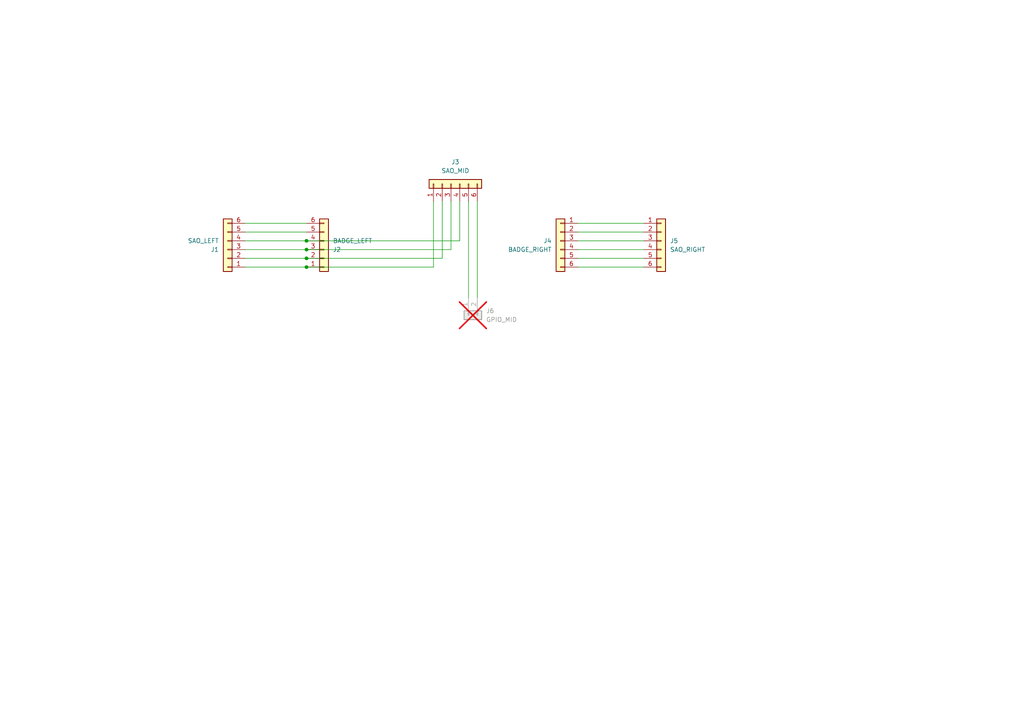
<source format=kicad_sch>
(kicad_sch (version 20231120) (generator "eeschema") (generator_version "8.0")
  (paper "A4")
  (title_block (title "Supercon8 SAO Bridge") (date "2025-01-12") (rev "1.1"))
  (lib_symbols
    (symbol "Connector_Generic:Conn_01x02" (pin_names (offset 1.016) hide)
      (property "Reference" "J" (at 0 2.54 0))
      (property "Value" "Conn_01x02" (at 0 -5.08 0))
      (symbol "Conn_01x02_1_1"
        (rectangle (start -1.27 -2.413) (end 0 -2.667) (stroke (width 0.1524)))
        (rectangle (start -1.27 0.127) (end 0 -0.127) (stroke (width 0.1524)))
        (rectangle (start -1.27 1.27) (end 1.27 -3.81) (stroke (width 0.254)) (fill (type background)))
        (pin passive line (at -5.08 0 0) (length 3.81) (name "Pin_1") (number "1"))
        (pin passive line (at -5.08 -2.54 0) (length 3.81) (name "Pin_2") (number "2"))
      )
    )
    (symbol "Connector_Generic:Conn_01x06" (pin_names (offset 1.016) hide)
      (property "Reference" "J" (at 0 7.62 0))
      (property "Value" "Conn_01x06" (at 0 -10.16 0))
      (symbol "Conn_01x06_1_1"
        (rectangle (start -1.27 -7.493) (end 0 -7.747) (stroke (width 0.1524)))
        (rectangle (start -1.27 -4.953) (end 0 -5.207) (stroke (width 0.1524)))
        (rectangle (start -1.27 -2.413) (end 0 -2.667) (stroke (width 0.1524)))
        (rectangle (start -1.27 0.127) (end 0 -0.127) (stroke (width 0.1524)))
        (rectangle (start -1.27 2.667) (end 0 2.413) (stroke (width 0.1524)))
        (rectangle (start -1.27 5.207) (end 0 4.953) (stroke (width 0.1524)))
        (rectangle (start -1.27 6.35) (end 1.27 -8.89) (stroke (width 0.254)) (fill (type background)))
        (pin passive line (at -5.08 5.08 0) (length 3.81) (name "Pin_1") (number "1"))
        (pin passive line (at -5.08 2.54 0) (length 3.81) (name "Pin_2") (number "2"))
        (pin passive line (at -5.08 0 0) (length 3.81) (name "Pin_3") (number "3"))
        (pin passive line (at -5.08 -2.54 0) (length 3.81) (name "Pin_4") (number "4"))
        (pin passive line (at -5.08 -5.08 0) (length 3.81) (name "Pin_5") (number "5"))
        (pin passive line (at -5.08 -7.62 0) (length 3.81) (name "Pin_6") (number "6"))
      )
    )
  )
  (junction (at 88.9 74.93))
  (junction (at 88.9 77.47))
  (junction (at 88.9 69.85))
  (junction (at 88.9 72.39))
  (wire (pts (xy 167.64 69.85) (xy 186.69 69.85)))
  (wire (pts (xy 71.12 67.31) (xy 88.9 67.31)))
  (wire (pts (xy 167.64 77.47) (xy 186.69 77.47)))
  (wire (pts (xy 130.81 72.39) (xy 88.9 72.39)))
  (wire (pts (xy 71.12 64.77) (xy 88.9 64.77)))
  (wire (pts (xy 167.64 67.31) (xy 186.69 67.31)))
  (wire (pts (xy 71.12 74.93) (xy 88.9 74.93)))
  (wire (pts (xy 125.73 58.42) (xy 125.73 77.47)))
  (wire (pts (xy 167.64 72.39) (xy 186.69 72.39)))
  (wire (pts (xy 71.12 77.47) (xy 88.9 77.47)))
  (wire (pts (xy 133.35 69.85) (xy 88.9 69.85)))
  (wire (pts (xy 125.73 77.47) (xy 88.9 77.47)))
  (wire (pts (xy 138.43 58.42) (xy 138.43 86.36)))
  (wire (pts (xy 128.27 74.93) (xy 88.9 74.93)))
  (wire (pts (xy 133.35 58.42) (xy 133.35 69.85)))
  (wire (pts (xy 71.12 69.85) (xy 88.9 69.85)))
  (wire (pts (xy 130.81 58.42) (xy 130.81 72.39)))
  (wire (pts (xy 167.64 74.93) (xy 186.69 74.93)))
  (wire (pts (xy 167.64 64.77) (xy 186.69 64.77)))
  (wire (pts (xy 71.12 72.39) (xy 88.9 72.39)))
  (wire (pts (xy 135.89 58.42) (xy 135.89 86.36)))
  (wire (pts (xy 128.27 58.42) (xy 128.27 74.93)))
  (symbol (lib_id "Connector_Generic:Conn_01x06") (at 130.81 53.34 90) (unit 1)
    (property "Reference" "J3" (at 132.08 46.99 90))
    (property "Value" "SAO_MID" (at 132.08 49.53 90))
    (property "Footprint" "Connector_PinSocket_2.54mm:PinSocket_2x03_P2.54mm_Vertical" (effects (hide yes)))
    (property "Description" "Generic connector, single row, 01x06, script generated (kicad-library-utils/schlib/autogen/connector/)" (effects (hide yes)))
  )
  (symbol (lib_id "Connector_Generic:Conn_01x06") (at 66.04 72.39 180) (unit 1)
    (property "Reference" "J1" (at 63.5 72.3901 0) (effects (justify left)))
    (property "Value" "SAO_LEFT" (at 63.5 69.8501 0) (effects (justify left)))
    (property "Footprint" "Connector_PinSocket_2.54mm:PinSocket_2x03_P2.54mm_Vertical" (effects (hide yes)))
    (property "Description" "Generic connector, single row, 01x06, script generated (kicad-library-utils/schlib/autogen/connector/)" (effects (hide yes)))
  )
  (symbol (lib_id "Connector_Generic:Conn_01x06") (at 191.77 69.85 0) (unit 1)
    (property "Reference" "J5" (at 194.31 69.8499 0) (effects (justify left)))
    (property "Value" "SAO_RIGHT" (at 194.31 72.3899 0) (effects (justify left)))
    (property "Footprint" "Connector_PinSocket_2.54mm:PinSocket_2x03_P2.54mm_Vertical" (effects (hide yes)))
    (property "Description" "Generic connector, single row, 01x06, script generated (kicad-library-utils/schlib/autogen/connector/)" (effects (hide yes)))
  )
  (symbol (lib_id "Connector_Generic:Conn_01x06") (at 162.56 69.85 0) (mirror y) (unit 1)
    (property "Reference" "J4" (at 160.02 69.8499 0) (effects (justify left)))
    (property "Value" "BADGE_RIGHT" (at 160.02 72.3899 0) (effects (justify left)))
    (property "Footprint" "Connector_PinHeader_2.54mm:PinHeader_2x03_P2.54mm_Vertical" (effects (hide yes)))
    (property "Description" "Generic connector, single row, 01x06, script generated (kicad-library-utils/schlib/autogen/connector/)" (effects (hide yes)))
  )
  (symbol (lib_id "Connector_Generic:Conn_01x02") (at 135.89 91.44 90) (mirror x) (unit 1) (dnp yes)
    (property "Reference" "J6" (at 140.97 90.1699 90) (effects (justify right)))
    (property "Value" "GPIO_MID" (at 140.97 92.7099 90) (effects (justify right)))
    (property "Footprint" "Connector_PinHeader_2.54mm:PinHeader_1x02_P2.54mm_Vertical" (effects (hide yes)))
    (property "Description" "Generic connector, single row, 01x02, script generated (kicad-library-utils/schlib/autogen/connector/)" (effects (hide yes)))
  )
  (symbol (lib_id "Connector_Generic:Conn_01x06") (at 93.98 72.39 0) (mirror x) (unit 1)
    (property "Reference" "J2" (at 96.52 72.3901 0) (effects (justify left)))
    (property "Value" "BADGE_LEFT" (at 96.52 69.8501 0) (effects (justify left)))
    (property "Footprint" "Connector_PinHeader_2.54mm:PinHeader_2x03_P2.54mm_Vertical" (effects (hide yes)))
    (property "Description" "Generic connector, single row, 01x06, script generated (kicad-library-utils/schlib/autogen/connector/)" (effects (hide yes)))
  )
)
</source>
